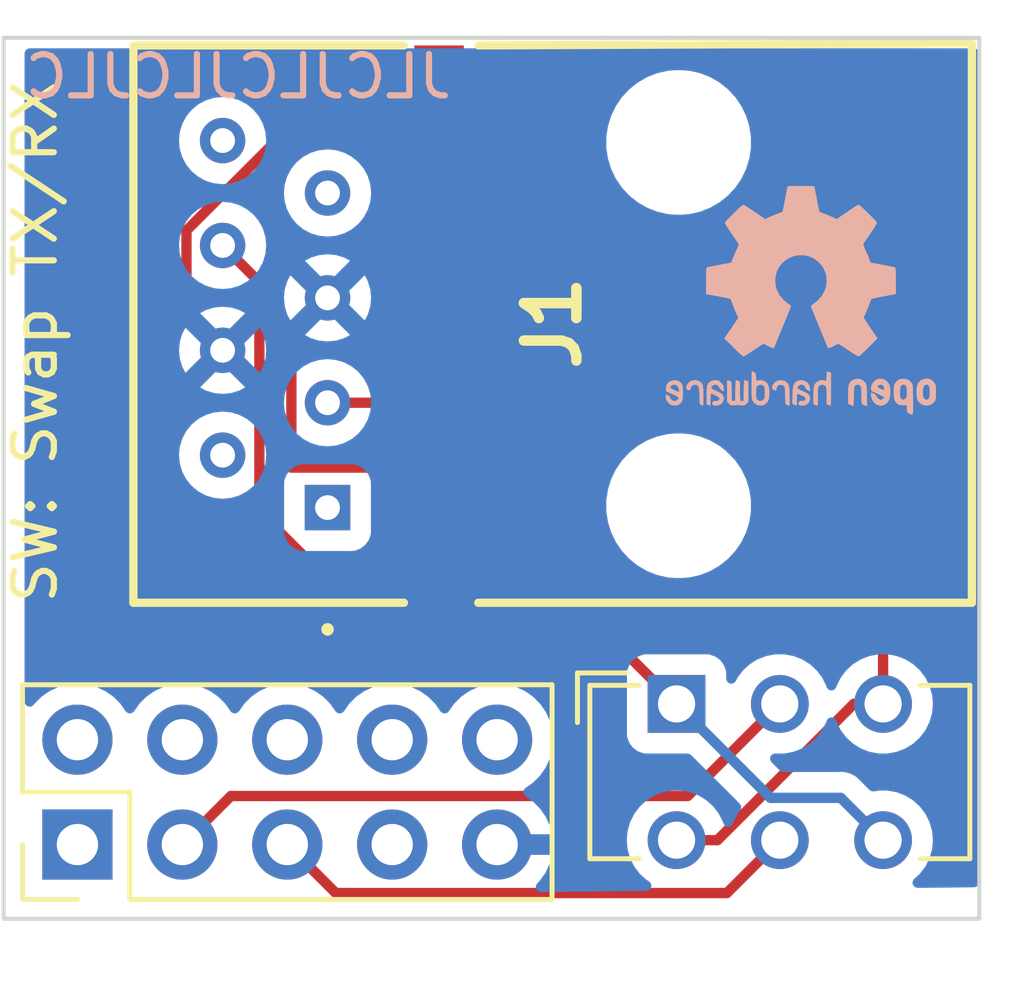
<source format=kicad_pcb>
(kicad_pcb (version 20221018) (generator pcbnew)
  (layers (0 "F.Cu" signal) (31 "B.Cu" signal) (34 "B.Paste" user) (35 "F.Paste" user) (36 "B.SilkS" user "B.Silkscreen") (37 "F.SilkS" user "F.Silkscreen") (38 "B.Mask" user) (39 "F.Mask" user) (44 "Edge.Cuts" user))
  (net 0 "")
  (net 3 "/TXD")
  (net 4 "GND")
  (net 5 "/RXD")
  (net 15 "Net-(J2-Pin_3)")
  (net 16 "Net-(J2-Pin_5)")
  (footprint "Connector_PinHeader_2.54mm:PinHeader_2x05_P2.54mm_Vertical" (layer "F.Cu") (at 194.320416 122.15644 90)
    (fp_text reference "J2" hide)
    (fp_text value "Serial IDC Header")
    (fp_line (start -1.33 -1.33) (end 0 -1.33) (stroke (width 0.12)) (layer "F.SilkS"))
    (fp_line (start -1.33 0) (end -1.33 -1.33) (stroke (width 0.12)) (layer "F.SilkS"))
    (fp_line (start -1.33 1.27) (end -1.33 11.49) (stroke (width 0.12)) (layer "F.SilkS"))
    (fp_line (start -1.33 1.27) (end 1.27 1.27) (stroke (width 0.12)) (layer "F.SilkS"))
    (fp_line (start -1.33 11.49) (end 3.87 11.49) (stroke (width 0.12)) (layer "F.SilkS"))
    (fp_line (start 1.27 -1.33) (end 3.87 -1.33) (stroke (width 0.12)) (layer "F.SilkS"))
    (fp_line (start 1.27 1.27) (end 1.27 -1.33) (stroke (width 0.12)) (layer "F.SilkS"))
    (fp_line (start 3.87 -1.33) (end 3.87 11.49) (stroke (width 0.12)) (layer "F.SilkS"))
    (pad "1" thru_hole rect (at 0 0 90) (size 1.7 1.7) (drill 1) (layers "*.Cu" "*.Mask"))
    (pad "2" thru_hole oval (at 2.54 0 90) (size 1.7 1.7) (drill 1) (layers "*.Cu" "*.Mask"))
    (pad "3" thru_hole oval (at 0 2.54 90) (size 1.7 1.7) (drill 1) (layers "*.Cu" "*.Mask") (net 15 "Net-(J2-Pin_3)"))
    (pad "4" thru_hole oval (at 2.54 2.54 90) (size 1.7 1.7) (drill 1) (layers "*.Cu" "*.Mask"))
    (pad "5" thru_hole oval (at 0 5.08 90) (size 1.7 1.7) (drill 1) (layers "*.Cu" "*.Mask") (net 16 "Net-(J2-Pin_5)"))
    (pad "6" thru_hole oval (at 2.54 5.08 90) (size 1.7 1.7) (drill 1) (layers "*.Cu" "*.Mask"))
    (pad "7" thru_hole oval (at 0 7.62 90) (size 1.7 1.7) (drill 1) (layers "*.Cu" "*.Mask"))
    (pad "8" thru_hole oval (at 2.54 7.62 90) (size 1.7 1.7) (drill 1) (layers "*.Cu" "*.Mask"))
    (pad "9" thru_hole oval (at 0 10.16 90) (size 1.7 1.7) (drill 1) (layers "*.Cu" "*.Mask") (net 4 "GND"))
    (pad "10" thru_hole oval (at 2.54 10.16 90) (size 1.7 1.7) (drill 1) (layers "*.Cu" "*.Mask"))
  )
  (footprint "Button_Switch_THT:SW_CuK_JS202011CQN_DPDT_Straight" (layer "F.Cu") (at 208.825 118.75)
    (fp_text reference "SW: Swap TX/RX" (at -15.531 -8.768 90) (layer "F.SilkS"))
    (fp_text value "SW_DPDT_x2")
    (fp_line (start -2.4 -0.75) (end -2.4 0.45) (stroke (width 0.12)) (layer "F.SilkS"))
    (fp_line (start -2.1 -0.45) (end -2.1 3.75) (stroke (width 0.12)) (layer "F.SilkS"))
    (fp_line (start -2.1 3.75) (end -0.9 3.75) (stroke (width 0.12)) (layer "F.SilkS"))
    (fp_line (start -1.2 -0.75) (end -2.4 -0.75) (stroke (width 0.12)) (layer "F.SilkS"))
    (fp_line (start -0.9 -0.45) (end -2.1 -0.45) (stroke (width 0.12)) (layer "F.SilkS"))
    (fp_line (start 5.9 -0.45) (end 7.1 -0.45) (stroke (width 0.12)) (layer "F.SilkS"))
    (fp_line (start 7.1 -0.45) (end 7.1 3.75) (stroke (width 0.12)) (layer "F.SilkS"))
    (fp_line (start 7.1 3.75) (end 5.9 3.75) (stroke (width 0.12)) (layer "F.SilkS"))
    (pad "1" thru_hole rect (at 0 0) (size 1.4 1.4) (drill 0.9) (layers "*.Cu" "*.Mask") (net 5 "/RXD"))
    (pad "2" thru_hole circle (at 2.5 0) (size 1.4 1.4) (drill 0.9) (layers "*.Cu" "*.Mask") (net 15 "Net-(J2-Pin_3)"))
    (pad "3" thru_hole circle (at 5 0) (size 1.4 1.4) (drill 0.9) (layers "*.Cu" "*.Mask") (net 3 "/TXD"))
    (pad "4" thru_hole circle (at 0 3.3) (size 1.4 1.4) (drill 0.9) (layers "*.Cu" "*.Mask") (net 3 "/TXD"))
    (pad "5" thru_hole circle (at 2.5 3.3) (size 1.4 1.4) (drill 0.9) (layers "*.Cu" "*.Mask") (net 16 "Net-(J2-Pin_5)"))
    (pad "6" thru_hole circle (at 5 3.3) (size 1.4 1.4) (drill 0.9) (layers "*.Cu" "*.Mask") (net 5 "/RXD"))
  )
  (footprint "RJ45_Jack:RJE561881410" (layer "F.Cu") (at 200.375 113.995 90)
    (fp_text reference "J1" (at 4.47 5.45 90) (layer "F.SilkS") (effects (font (size 1.27 1.27) (thickness 0.254))))
    (fp_text value "RJE561881410" hide)
    (fp_line (start -3 0) (end -3 0) (stroke (width 0.2)) (layer "F.SilkS"))
    (fp_line (start -3 0) (end -3 0) (stroke (width 0.2)) (layer "F.SilkS"))
    (fp_line (start -2.9 0) (end -2.9 0) (stroke (width 0.2)) (layer "F.SilkS"))
    (fp_line (start -2.305 -4.7) (end 11.195 -4.7) (stroke (width 0.2)) (layer "F.SilkS"))
    (fp_line (start -2.305 1.85) (end -2.305 -4.7) (stroke (width 0.2)) (layer "F.SilkS"))
    (fp_line (start -2.305 15.6) (end -2.305 3.65) (stroke (width 0.2)) (layer "F.SilkS"))
    (fp_line (start 11.195 -4.7) (end 11.195 1.85) (stroke (width 0.2)) (layer "F.SilkS"))
    (fp_line (start 11.195 3.65) (end 11.245 15.6) (stroke (width 0.2)) (layer "F.SilkS"))
    (fp_line (start 11.245 15.6) (end -2.305 15.6) (stroke (width 0.2)) (layer "F.SilkS"))
    (fp_arc (start -3 0) (mid -2.95 -0.05) (end -2.9 0) (stroke (width 0.2)) (layer "F.SilkS"))
    (fp_arc (start -2.9 0) (mid -2.95 0.05) (end -3 0) (stroke (width 0.2)) (layer "F.SilkS"))
    (fp_arc (start -2.9 0) (mid -2.95 0.05) (end -3 0) (stroke (width 0.2)) (layer "F.SilkS"))
    (pad "" np_thru_hole circle (at 0.045 8.5 90) (size 3 3) (drill 3) (layers "*.Cu" "*.Mask"))
    (pad "" np_thru_hole circle (at 8.845 8.5 90) (size 3 3) (drill 3) (layers "*.Cu" "*.Mask"))
    (pad "1" thru_hole rect (at 0 0 90) (size 1.1 1.1) (drill 0.6) (layers "*.Cu" "*.Mask"))
    (pad "2" thru_hole circle (at 1.27 -2.54 90) (size 1.1 1.1) (drill 0.6) (layers "*.Cu" "*.Mask"))
    (pad "3" thru_hole circle (at 2.54 0 90) (size 1.1 1.1) (drill 0.6) (layers "*.Cu" "*.Mask") (net 3 "/TXD"))
    (pad "4" thru_hole circle (at 3.81 -2.54 90) (size 1.1 1.1) (drill 0.6) (layers "*.Cu" "*.Mask") (net 4 "GND"))
    (pad "5" thru_hole circle (at 5.08 0 90) (size 1.1 1.1) (drill 0.6) (layers "*.Cu" "*.Mask") (net 4 "GND"))
    (pad "6" thru_hole circle (at 6.35 -2.54 90) (size 1.1 1.1) (drill 0.6) (layers "*.Cu" "*.Mask") (net 5 "/RXD"))
    (pad "7" thru_hole circle (at 7.62 0 90) (size 1.1 1.1) (drill 0.6) (layers "*.Cu" "*.Mask"))
    (pad "8" thru_hole circle (at 8.89 -2.54 90) (size 1.1 1.1) (drill 0.6) (layers "*.Cu" "*.Mask"))
    (pad "G1" smd rect (at -0.305 2.7 180) (size 1.2 4) (layers "F.Cu" "F.Paste" "F.Mask") (net 4 "GND"))
    (pad "G2" smd rect (at 9.195 2.7 180) (size 1.2 4) (layers "F.Cu" "F.Paste" "F.Mask") (net 4 "GND"))
  )
  (footprint "Symbol:OSHW-Logo2_7.3x6mm_SilkScreen" (layer "B.Cu") (at 211.836 108.966 180)
    (fp_text reference "REF**" hide)
    (fp_text value "OSHW-Logo2_7.3x6mm_SilkScreen" hide)
    (fp_poly (pts (xy 2.6526 -1.958752) (xy 2.669948 -1.966334) (xy 2.711356 -1.999128) (xy 2.746765 -2.046547) (xy 2.768664 -2.097151) (xy 2.772229 -2.122098) (xy 2.760279 -2.156927) (xy 2.734067 -2.175357) (xy 2.705964 -2.186516) (xy 2.693095 -2.188572) (xy 2.686829 -2.173649) (xy 2.674456 -2.141175) (xy 2.669028 -2.126502) (xy 2.63859 -2.075744) (xy 2.59452 -2.050427) (xy 2.53801 -2.051206) (xy 2.533825 -2.052203) (xy 2.503655 -2.066507) (xy 2.481476 -2.094393) (xy 2.466327 -2.139287) (xy 2.45725 -2.204615) (xy 2.453286 -2.293804) (xy 2.452914 -2.341261) (xy 2.45273 -2.416071) (xy 2.451522 -2.467069) (xy 2.448309 -2.499471) (xy 2.442109 -2.518495) (xy 2.43194 -2.529356) (xy 2.416819 -2.537272) (xy 2.415946 -2.53767) (xy 2.386828 -2.549981) (xy 2.372403 -2.554514) (xy 2.370186 -2.540809) (xy 2.368289 -2.502925) (xy 2.366847 -2.445715) (xy 2.365998 -2.374027) (xy 2.365829 -2.321565) (xy 2.366692 -2.220047) (xy 2.37007 -2.143032) (xy 2.377142 -2.086023) (xy 2.389088 -2.044526) (xy 2.40709 -2.014043) (xy 2.432327 -1.99008) (xy 2.457247 -1.973355) (xy 2.517171 -1.951097) (xy 2.586911 -1.946076) (xy 2.6526 -1.958752)) (stroke (width 0.01)) (fill solid) (layer "B.SilkS"))
    (fp_poly (pts (xy -1.283907 -1.92778) (xy -1.237328 -1.954723) (xy -1.204943 -1.981466) (xy -1.181258 -2.009484) (xy -1.164941 -2.043748) (xy -1.154661 -2.089227) (xy -1.149086 -2.150892) (xy -1.146884 -2.233711) (xy -1.146629 -2.293246) (xy -1.146629 -2.512391) (xy -1.208314 -2.540044) (xy -1.27 -2.567697) (xy -1.277257 -2.32767) (xy -1.280256 -2.238028) (xy -1.283402 -2.172962) (xy -1.287299 -2.128026) (xy -1.292553 -2.09877) (xy -1.299769 -2.080748) (xy -1.30955 -2.069511) (xy -1.312688 -2.067079) (xy -1.360239 -2.048083) (xy -1.408303 -2.0556) (xy -1.436914 -2.075543) (xy -1.448553 -2.089675) (xy -1.456609 -2.10822) (xy -1.461729 -2.136334) (xy -1.464559 -2.179173) (xy -1.465744 -2.241895) (xy -1.465943 -2.307261) (xy -1.465982 -2.389268) (xy -1.467386 -2.447316) (xy -1.472086 -2.486465) (xy -1.482013 -2.51178) (xy -1.499097 -2.528323) (xy -1.525268 -2.541156) (xy -1.560225 -2.554491) (xy -1.598404 -2.569007) (xy -1.593859 -2.311389) (xy -1.592029 -2.218519) (xy -1.589888 -2.149889) (xy -1.586819 -2.100711) (xy -1.582206 -2.066198) (xy -1.575432 -2.041562) (xy -1.565881 -2.022016) (xy -1.554366 -2.00477) (xy -1.49881 -1.94968) (xy -1.43102 -1.917822) (xy -1.357287 -1.910191) (xy -1.283907 -1.92778)) (stroke (width 0.01)) (fill solid) (layer "B.SilkS"))
    (fp_poly (pts (xy 0.529926 -1.949755) (xy 0.595858 -1.974084) (xy 0.649273 -2.017117) (xy 0.670164 -2.047409) (xy 0.692939 -2.102994) (xy 0.692466 -2.143186) (xy 0.668562 -2.170217) (xy 0.659717 -2.174813) (xy 0.62153 -2.189144) (xy 0.602028 -2.185472) (xy 0.595422 -2.161407) (xy 0.595086 -2.148114) (xy 0.582992 -2.09921) (xy 0.551471 -2.064999) (xy 0.507659 -2.048476) (xy 0.458695 -2.052634) (xy 0.418894 -2.074227) (xy 0.40545 -2.086544) (xy 0.395921 -2.101487) (xy 0.389485 -2.124075) (xy 0.385317 -2.159328) (xy 0.382597 -2.212266) (xy 0.380502 -2.287907) (xy 0.37996 -2.311857) (xy 0.377981 -2.39379) (xy 0.375731 -2.451455) (xy 0.372357 -2.489608) (xy 0.367006 -2.513004) (xy 0.358824 -2.526398) (xy 0.346959 -2.534545) (xy 0.339362 -2.538144) (xy 0.307102 -2.550452) (xy 0.288111 -2.554514) (xy 0.281836 -2.540948) (xy 0.278006 -2.499934) (xy 0.2766 -2.430999) (xy 0.277598 -2.333669) (xy 0.277908 -2.318657) (xy 0.280101 -2.229859) (xy 0.282693 -2.165019) (xy 0.286382 -2.119067) (xy 0.291864 -2.086935) (xy 0.299835 -2.063553) (xy 0.310993 -2.043852) (xy 0.31683 -2.03541) (xy 0.350296 -1.998057) (xy 0.387727 -1.969003) (xy 0.392309 -1.966467) (xy 0.459426 -1.946443) (xy 0.529926 -1.949755)) (stroke (width 0.01)) (fill solid) (layer "B.SilkS"))
    (fp_poly (pts (xy -0.624114 -1.851289) (xy -0.619861 -1.910613) (xy -0.614975 -1.945572) (xy -0.608205 -1.96082) (xy -0.598298 -1.961015) (xy -0.595086 -1.959195) (xy -0.552356 -1.946015) (xy -0.496773 -1.946785) (xy -0.440263 -1.960333) (xy -0.404918 -1.977861) (xy -0.368679 -2.005861) (xy -0.342187 -2.037549) (xy -0.324001 -2.077813) (xy -0.312678 -2.131543) (xy -0.306778 -2.203626) (xy -0.304857 -2.298951) (xy -0.304823 -2.317237) (xy -0.3048 -2.522646) (xy -0.350509 -2.53858) (xy -0.382973 -2.54942) (xy -0.400785 -2.554468) (xy -0.401309 -2.554514) (xy -0.403063 -2.540828) (xy -0.404556 -2.503076) (xy -0.405674 -2.446224) (xy -0.406303 -2.375234) (xy -0.4064 -2.332073) (xy -0.406602 -2.246973) (xy -0.407642 -2.185981) (xy -0.410169 -2.144177) (xy -0.414836 -2.116642) (xy -0.422293 -2.098456) (xy -0.433189 -2.084698) (xy -0.439993 -2.078073) (xy -0.486728 -2.051375) (xy -0.537728 -2.049375) (xy -0.583999 -2.071955) (xy -0.592556 -2.080107) (xy -0.605107 -2.095436) (xy -0.613812 -2.113618) (xy -0.619369 -2.139909) (xy -0.622474 -2.179562) (xy -0.623824 -2.237832) (xy -0.624114 -2.318173) (xy -0.624114 -2.522646) (xy -0.669823 -2.53858) (xy -0.702287 -2.54942) (xy -0.720099 -2.554468) (xy -0.720623 -2.554514) (xy -0.721963 -2.540623) (xy -0.723172 -2.501439) (xy -0.724199 -2.4407) (xy -0.724998 -2.362141) (xy -0.725519 -2.269498) (xy -0.725714 -2.166509) (xy -0.725714 -1.769342) (xy -0.678543 -1.749444) (xy -0.631371 -1.729547) (xy -0.624114 -1.851289)) (stroke (width 0.01)) (fill solid) (layer "B.SilkS"))
    (fp_poly (pts (xy 1.779833 -1.958663) (xy 1.782048 -1.99685) (xy 1.783784 -2.054886) (xy 1.784899 -2.12818) (xy 1.785257 -2.205055) (xy 1.785257 -2.465196) (xy 1.739326 -2.511127) (xy 1.707675 -2.539429) (xy 1.67989 -2.550893) (xy 1.641915 -2.550168) (xy 1.62684 -2.548321) (xy 1.579726 -2.542948) (xy 1.540756 -2.539869) (xy 1.531257 -2.539585) (xy 1.499233 -2.541445) (xy 1.453432 -2.546114) (xy 1.435674 -2.548321) (xy 1.392057 -2.551735) (xy 1.362745 -2.54432) (xy 1.33368 -2.521427) (xy 1.323188 -2.511127) (xy 1.277257 -2.465196) (xy 1.277257 -1.978602) (xy 1.314226 -1.961758) (xy 1.346059 -1.949282) (xy 1.364683 -1.944914) (xy 1.369458 -1.958718) (xy 1.373921 -1.997286) (xy 1.377775 -2.056356) (xy 1.380722 -2.131663) (xy 1.382143 -2.195286) (xy 1.386114 -2.445657) (xy 1.420759 -2.450556) (xy 1.452268 -2.447131) (xy 1.467708 -2.436041) (xy 1.472023 -2.415308) (xy 1.475708 -2.371145) (xy 1.478469 -2.309146) (xy 1.480012 -2.234909) (xy 1.480235 -2.196706) (xy 1.480457 -1.976783) (xy 1.526166 -1.960849) (xy 1.558518 -1.950015) (xy 1.576115 -1.944962) (xy 1.576623 -1.944914) (xy 1.578388 -1.958648) (xy 1.580329 -1.99673) (xy 1.582282 -2.054482) (xy 1.584084 -2.127227) (xy 1.585343 -2.195286) (xy 1.589314 -2.445657) (xy 1.6764 -2.445657) (xy 1.680396 -2.21724) (xy 1.684392 -1.988822) (xy 1.726847 -1.966868) (xy 1.758192 -1.951793) (xy 1.776744 -1.944951) (xy 1.777279 -1.944914) (xy 1.779833 -1.958663)) (stroke (width 0.01)) (fill solid) (layer "B.SilkS"))
    (fp_poly (pts (xy -2.958885 -1.921962) (xy -2.890855 -1.957733) (xy -2.840649 -2.015301) (xy -2.822815 -2.052312) (xy -2.808937 -2.107882) (xy -2.801833 -2.178096) (xy -2.80116 -2.254727) (xy -2.806573 -2.329552) (xy -2.81773 -2.394342) (xy -2.834286 -2.440873) (xy -2.839374 -2.448887) (xy -2.899645 -2.508707) (xy -2.971231 -2.544535) (xy -3.048908 -2.55502) (xy -3.127452 -2.53881) (xy -3.149311 -2.529092) (xy -3.191878 -2.499143) (xy -3.229237 -2.459433) (xy -3.232768 -2.454397) (xy -3.247119 -2.430124) (xy -3.256606 -2.404178) (xy -3.26221 -2.370022) (xy -3.264914 -2.321119) (xy -3.265701 -2.250935) (xy -3.265714 -2.2352) (xy -3.265678 -2.230192) (xy -3.120571 -2.230192) (xy -3.119727 -2.29643) (xy -3.116404 -2.340386) (xy -3.109417 -2.368779) (xy -3.097584 -2.388325) (xy -3.091543 -2.394857) (xy -3.056814 -2.41968) (xy -3.023097 -2.418548) (xy -2.989005 -2.397016) (xy -2.968671 -2.374029) (xy -2.956629 -2.340478) (xy -2.949866 -2.287569) (xy -2.949402 -2.281399) (xy -2.948248 -2.185513) (xy -2.960312 -2.114299) (xy -2.98543 -2.068194) (xy -3.02344 -2.047635) (xy -3.037008 -2.046514) (xy -3.072636 -2.052152) (xy -3.097006 -2.071686) (xy -3.111907 -2.109042) (xy -3.119125 -2.16815) (xy -3.120571 -2.230192) (xy -3.265678 -2.230192) (xy -3.265174 -2.160413) (xy -3.262904 -2.108159) (xy -3.257932 -2.071949) (xy -3.249287 -2.045299) (xy -3.235995 -2.021722) (xy -3.233057 -2.017338) (xy -3.183687 -1.958249) (xy -3.129891 -1.923947) (xy -3.064398 -1.910331) (xy -3.042158 -1.909665) (xy -2.958885 -1.921962)) (stroke (width 0.01)) (fill solid) (layer "B.SilkS"))
    (fp_poly (pts (xy 3.153595 -1.966966) (xy 3.211021 -2.004497) (xy 3.238719 -2.038096) (xy 3.260662 -2.099064) (xy 3.262405 -2.147308) (xy 3.258457 -2.211816) (xy 3.109686 -2.276934) (xy 3.037349 -2.310202) (xy 2.990084 -2.336964) (xy 2.965507 -2.360144) (xy 2.961237 -2.382667) (xy 2.974889 -2.407455) (xy 2.989943 -2.423886) (xy 3.033746 -2.450235) (xy 3.081389 -2.452081) (xy 3.125145 -2.431546) (xy 3.157289 -2.390752) (xy 3.163038 -2.376347) (xy 3.190576 -2.331356) (xy 3.222258 -2.312182) (xy 3.265714 -2.295779) (xy 3.265714 -2.357966) (xy 3.261872 -2.400283) (xy 3.246823 -2.435969) (xy 3.21528 -2.476943) (xy 3.210592 -2.482267) (xy 3.175506 -2.51872) (xy 3.145347 -2.538283) (xy 3.107615 -2.547283) (xy 3.076335 -2.55023) (xy 3.020385 -2.550965) (xy 2.980555 -2.54166) (xy 2.955708 -2.527846) (xy 2.916656 -2.497467) (xy 2.889625 -2.464613) (xy 2.872517 -2.423294) (xy 2.863238 -2.367521) (xy 2.859693 -2.291305) (xy 2.85941 -2.252622) (xy 2.860372 -2.206247) (xy 2.948007 -2.206247) (xy 2.949023 -2.231126) (xy 2.951556 -2.2352) (xy 2.968274 -2.229665) (xy 3.004249 -2.215017) (xy 3.052331 -2.19419) (xy 3.062386 -2.189714) (xy 3.123152 -2.158814) (xy 3.156632 -2.131657) (xy 3.16399 -2.10622) (xy 3.146391 -2.080481) (xy 3.131856 -2.069109) (xy 3.07941 -2.046364) (xy 3.030322 -2.050122) (xy 2.989227 -2.077884) (xy 2.960758 -2.127152) (xy 2.951631 -2.166257) (xy 2.948007 -2.206247) (xy 2.860372 -2.206247) (xy 2.861285 -2.162249) (xy 2.868196 -2.095384) (xy 2.881884 -2.046695) (xy 2.904096 -2.010849) (xy 2.936574 -1.982513) (xy 2.950733 -1.973355) (xy 3.015053 -1.949507) (xy 3.085473 -1.948006) (xy 3.153595 -1.966966)) (stroke (width 0.01)) (fill solid) (layer "B.SilkS"))
    (fp_poly (pts (xy 1.190117 -2.065358) (xy 1.189933 -2.173837) (xy 1.189219 -2.257287) (xy 1.187675 -2.319704) (xy 1.185001 -2.365085) (xy 1.180894 -2.397429) (xy 1.175055 -2.420733) (xy 1.167182 -2.438995) (xy 1.161221 -2.449418) (xy 1.111855 -2.505945) (xy 1.049264 -2.541377) (xy 0.980013 -2.55409) (xy 0.910668 -2.542463) (xy 0.869375 -2.521568) (xy 0.826025 -2.485422) (xy 0.796481 -2.441276) (xy 0.778655 -2.383462) (xy 0.770463 -2.306313) (xy 0.769302 -2.249714) (xy 0.769458 -2.245647) (xy 0.870857 -2.245647) (xy 0.871476 -2.31055) (xy 0.874314 -2.353514) (xy 0.88084 -2.381622) (xy 0.892523 -2.401953) (xy 0.906483 -2.417288) (xy 0.953365 -2.44689) (xy 1.003701 -2.449419) (xy 1.051276 -2.424705) (xy 1.054979 -2.421356) (xy 1.070783 -2.403935) (xy 1.080693 -2.383209) (xy 1.086058 -2.352362) (xy 1.088228 -2.304577) (xy 1.088571 -2.251748) (xy 1.087827 -2.185381) (xy 1.084748 -2.141106) (xy 1.078061 -2.112009) (xy 1.066496 -2.091173) (xy 1.057013 -2.080107) (xy 1.01296 -2.052198) (xy 0.962224 -2.048843) (xy 0.913796 -2.070159) (xy 0.90445 -2.078073) (xy 0.88854 -2.095647) (xy 0.87861 -2.116587) (xy 0.873278 -2.147782) (xy 0.871163 -2.196122) (xy 0.870857 -2.245647) (xy 0.769458 -2.245647) (xy 0.77281 -2.158568) (xy 0.784726 -2.090086) (xy 0.807135 -2.0386) (xy 0.842124 -1.998443) (xy 0.869375 -1.977861) (xy 0.918907 -1.955625) (xy 0.976316 -1.945304) (xy 1.029682 -1.948067) (xy 1.059543 -1.959212) (xy 1.071261 -1.962383) (xy 1.079037 -1.950557) (xy 1.084465 -1.918866) (xy 1.088571 -1.870593) (xy 1.093067 -1.816829) (xy 1.099313 -1.784482) (xy 1.110676 -1.765985) (xy 1.130528 -1.75377) (xy 1.143 -1.748362) (xy 1.190171 -1.728601) (xy 1.190117 -2.065358)) (stroke (width 0.01)) (fill solid) (layer "B.SilkS"))
    (fp_poly (pts (xy -1.831697 -1.931239) (xy -1.774473 -1.969735) (xy -1.730251 -2.025335) (xy -1.703833 -2.096086) (xy -1.69849 -2.148162) (xy -1.699097 -2.169893) (xy -1.704178 -2.186531) (xy -1.718145 -2.201437) (xy -1.745411 -2.217973) (xy -1.790388 -2.239498) (xy -1.857489 -2.269374) (xy -1.857829 -2.269524) (xy -1.919593 -2.297813) (xy -1.970241 -2.322933) (xy -2.004596 -2.342179) (xy -2.017482 -2.352848) (xy -2.017486 -2.352934) (xy -2.006128 -2.376166) (xy -1.979569 -2.401774) (xy -1.949077 -2.420221) (xy -1.93363 -2.423886) (xy -1.891485 -2.411212) (xy -1.855192 -2.379471) (xy -1.837483 -2.344572) (xy -1.820448 -2.318845) (xy -1.787078 -2.289546) (xy -1.747851 -2.264235) (xy -1.713244 -2.250471) (xy -1.706007 -2.249714) (xy -1.697861 -2.26216) (xy -1.69737 -2.293972) (xy -1.703357 -2.336866) (xy -1.714643 -2.382558) (xy -1.73005 -2.422761) (xy -1.730829 -2.424322) (xy -1.777196 -2.489062) (xy -1.837289 -2.533097) (xy -1.905535 -2.554711) (xy -1.976362 -2.552185) (xy -2.044196 -2.523804) (xy -2.047212 -2.521808) (xy -2.100573 -2.473448) (xy -2.13566 -2.410352) (xy -2.155078 -2.327387) (xy -2.157684 -2.304078) (xy -2.162299 -2.194055) (xy -2.156767 -2.142748) (xy -2.017486 -2.142748) (xy -2.015676 -2.174753) (xy -2.005778 -2.184093) (xy -1.981102 -2.177105) (xy -1.942205 -2.160587) (xy -1.898725 -2.139881) (xy -1.897644 -2.139333) (xy -1.860791 -2.119949) (xy -1.846 -2.107013) (xy -1.849647 -2.093451) (xy -1.865005 -2.075632) (xy -1.904077 -2.049845) (xy -1.946154 -2.04795) (xy -1.983897 -2.066717) (xy -2.009966 -2.102915) (xy -2.017486 -2.142748) (xy -2.156767 -2.142748) (xy -2.152806 -2.106027) (xy -2.12845 -2.036212) (xy -2.094544 -1.987302) (xy -2.033347 -1.937878) (xy -1.965937 -1.913359) (xy -1.89712 -1.911797) (xy -1.831697 -1.931239)) (stroke (width 0.01)) (fill solid) (layer "B.SilkS"))
    (fp_poly (pts (xy 0.039744 -1.950968) (xy 0.096616 -1.972087) (xy 0.097267 -1.972493) (xy 0.13244 -1.99838) (xy 0.158407 -2.028633) (xy 0.17667 -2.068058) (xy 0.188732 -2.121462) (xy 0.196096 -2.193651) (xy 0.200264 -2.289432) (xy 0.200629 -2.303078) (xy 0.205876 -2.508842) (xy 0.161716 -2.531678) (xy 0.129763 -2.54711) (xy 0.11047 -2.554423) (xy 0.109578 -2.554514) (xy 0.106239 -2.541022) (xy 0.103587 -2.504626) (xy 0.101956 -2.451452) (xy 0.1016 -2.408393) (xy 0.101592 -2.338641) (xy 0.098403 -2.294837) (xy 0.087288 -2.273944) (xy 0.063501 -2.272925) (xy 0.022296 -2.288741) (xy -0.039914 -2.317815) (xy -0.085659 -2.341963) (xy -0.109187 -2.362913) (xy -0.116104 -2.385747) (xy -0.116114 -2.386877) (xy -0.104701 -2.426212) (xy -0.070908 -2.447462) (xy -0.019191 -2.450539) (xy 0.018061 -2.450006) (xy 0.037703 -2.460735) (xy 0.049952 -2.486505) (xy 0.057002 -2.519337) (xy 0.046842 -2.537966) (xy 0.043017 -2.540632) (xy 0.007001 -2.55134) (xy -0.043434 -2.552856) (xy -0.095374 -2.545759) (xy -0.132178 -2.532788) (xy -0.183062 -2.489585) (xy -0.211986 -2.429446) (xy -0.217714 -2.382462) (xy -0.213343 -2.340082) (xy -0.197525 -2.305488) (xy -0.166203 -2.274763) (xy -0.115322 -2.24399) (xy -0.040824 -2.209252) (xy -0.036286 -2.207288) (xy 0.030821 -2.176287) (xy 0.072232 -2.150862) (xy 0.089981 -2.128014) (xy 0.086107 -2.104745) (xy 0.062643 -2.078056) (xy 0.055627 -2.071914) (xy 0.00863 -2.0481) (xy -0.040067 -2.049103) (xy -0.082478 -2.072451) (xy -0.110616 -2.115675) (xy -0.113231 -2.12416) (xy -0.138692 -2.165308) (xy -0.170999 -2.185128) (xy -0.217714 -2.20477) (xy -0.217714 -2.15395) (xy -0.203504 -2.080082) (xy -0.161325 -2.012327) (xy -0.139376 -1.989661) (xy -0.089483 -1.960569) (xy -0.026033 -1.9474) (xy 0.039744 -1.950968)) (stroke (width 0.01)) (fill solid) (layer "B.SilkS"))
    (fp_poly (pts (xy -2.400256 -1.919918) (xy -2.344799 -1.947568) (xy -2.295852 -1.99848) (xy -2.282371 -2.017338) (xy -2.267686 -2.042015) (xy -2.258158 -2.068816) (xy -2.252707 -2.104587) (xy -2.250253 -2.156169) (xy -2.249714 -2.224267) (xy -2.252148 -2.317588) (xy -2.260606 -2.387657) (xy -2.276826 -2.439931) (xy -2.302546 -2.479869) (xy -2.339503 -2.512929) (xy -2.342218 -2.514886) (xy -2.37864 -2.534908) (xy -2.422498 -2.544815) (xy -2.478276 -2.547257) (xy -2.568952 -2.547257) (xy -2.56899 -2.635283) (xy -2.569834 -2.684308) (xy -2.574976 -2.713065) (xy -2.588413 -2.730311) (xy -2.614142 -2.744808) (xy -2.620321 -2.747769) (xy -2.649236 -2.761648) (xy -2.671624 -2.770414) (xy -2.688271 -2.771171) (xy -2.699964 -2.761023) (xy -2.70749 -2.737073) (xy -2.711634 -2.696426) (xy -2.713185 -2.636186) (xy -2.712929 -2.553455) (xy -2.711651 -2.445339) (xy -2.711252 -2.413) (xy -2.709815 -2.301524) (xy -2.708528 -2.228603) (xy -2.569029 -2.228603) (xy -2.568245 -2.290499) (xy -2.56476 -2.330997) (xy -2.556876 -2.357708) (xy -2.542895 -2.378244) (xy -2.533403 -2.38826) (xy -2.494596 -2.417567) (xy -2.460237 -2.419952) (xy -2.424784 -2.39575) (xy -2.423886 -2.394857) (xy -2.409461 -2.376153) (xy -2.400687 -2.350732) (xy -2.396261 -2.311584) (xy -2.394882 -2.251697) (xy -2.394857 -2.23843) (xy -2.398188 -2.155901) (xy -2.409031 -2.098691) (xy -2.42866 -2.063766) (xy -2.45835 -2.048094) (xy -2.475509 -2.046514) (xy -2.516234 -2.053926) (xy -2.544168 -2.07833) (xy -2.560983 -2.12298) (xy -2.56835 -2.19113) (xy -2.569029 -2.228603) (xy -2.708528 -2.228603) (xy -2.708292 -2.215245) (xy -2.706323 -2.150333) (xy -2.70355 -2.102958) (xy -2.699612 -2.06929) (xy -2.694151 -2.045498) (xy -2.686808 -2.027753) (xy -2.677223 -2.012224) (xy -2.673113 -2.006381) (xy -2.618595 -1.951185) (xy -2.549664 -1.91989) (xy -2.469928 -1.911165) (xy -2.400256 -1.919918)) (stroke (width 0.01)) (fill solid) (layer "B.SilkS"))
    (fp_poly (pts (xy 2.144876 -1.956335) (xy 2.186667 -1.975344) (xy 2.219469 -1.998378) (xy 2.243503 -2.024133) (xy 2.260097 -2.057358) (xy 2.270577 -2.1028) (xy 2.276271 -2.165207) (xy 2.278507 -2.249327) (xy 2.278743 -2.304721) (xy 2.278743 -2.520826) (xy 2.241774 -2.53767) (xy 2.212656 -2.549981) (xy 2.198231 -2.554514) (xy 2.195472 -2.541025) (xy 2.193282 -2.504653) (xy 2.191942 -2.451542) (xy 2.191657 -2.409372) (xy 2.190434 -2.348447) (xy 2.187136 -2.300115) (xy 2.182321 -2.270518) (xy 2.178496 -2.264229) (xy 2.152783 -2.270652) (xy 2.112418 -2.287125) (xy 2.065679 -2.309458) (xy 2.020845 -2.333457) (xy 1.986193 -2.35493) (xy 1.970002 -2.369685) (xy 1.969938 -2.369845) (xy 1.97133 -2.397152) (xy 1.983818 -2.423219) (xy 2.005743 -2.444392) (xy 2.037743 -2.451474) (xy 2.065092 -2.450649) (xy 2.103826 -2.450042) (xy 2.124158 -2.459116) (xy 2.136369 -2.483092) (xy 2.137909 -2.487613) (xy 2.143203 -2.521806) (xy 2.129047 -2.542568) (xy 2.092148 -2.552462) (xy 2.052289 -2.554292) (xy 1.980562 -2.540727) (xy 1.943432 -2.521355) (xy 1.897576 -2.475845) (xy 1.873256 -2.419983) (xy 1.871073 -2.360957) (xy 1.891629 -2.305953) (xy 1.922549 -2.271486) (xy 1.95342 -2.252189) (xy 2.001942 -2.227759) (xy 2.058485 -2.202985) (xy 2.06791 -2.199199) (xy 2.130019 -2.171791) (xy 2.165822 -2.147634) (xy 2.177337 -2.123619) (xy 2.16658 -2.096635) (xy 2.148114 -2.075543) (xy 2.104469 -2.049572) (xy 2.056446 -2.047624) (xy 2.012406 -2.067637) (xy 1.980709 -2.107551) (xy 1.976549 -2.117848) (xy 1.952327 -2.155724) (xy 1.916965 -2.183842) (xy 1.872343 -2.206917) (xy 1.872343 -2.141485) (xy 1.874969 -2.101506) (xy 1.88623 -2.069997) (xy 1.911199 -2.036378) (xy 1.935169 -2.010484) (xy 1.972441 -1.973817) (xy 2.001401 -1.954121) (xy 2.032505 -1.94622) (xy 2.067713 -1.944914) (xy 2.144876 -1.956335)) (stroke (width 0.01)) (fill solid) (layer "B.SilkS"))
    (fp_poly (pts (xy 0.10391 2.757652) (xy 0.182454 2.757222) (xy 0.239298 2.756058) (xy 0.278105 2.753793) (xy 0.302538 2.75006) (xy 0.316262 2.744494) (xy 0.32294 2.736727) (xy 0.326236 2.726395) (xy 0.326556 2.725057) (xy 0.331562 2.700921) (xy 0.340829 2.653299) (xy 0.353392 2.587259) (xy 0.368287 2.507872) (xy 0.384551 2.420204) (xy 0.385119 2.417125) (xy 0.40141 2.331211) (xy 0.416652 2.255304) (xy 0.429861 2.193955) (xy 0.440054 2.151718) (xy 0.446248 2.133145) (xy 0.446543 2.132816) (xy 0.464788 2.123747) (xy 0.502405 2.108633) (xy 0.551271 2.090738) (xy 0.551543 2.090642) (xy 0.613093 2.067507) (xy 0.685657 2.038035) (xy 0.754057 2.008403) (xy 0.757294 2.006938) (xy 0.868702 1.956374) (xy 1.115399 2.12484) (xy 1.191077 2.176197) (xy 1.259631 2.222111) (xy 1.317088 2.25997) (xy 1.359476 2.287163) (xy 1.382825 2.301079) (xy 1.385042 2.302111) (xy 1.40201 2.297516) (xy 1.433701 2.275345) (xy 1.481352 2.234553) (xy 1.546198 2.174095) (xy 1.612397 2.109773) (xy 1.676214 2.046388) (xy 1.733329 1.988549) (xy 1.780305 1.939825) (xy 1.813703 1.90379) (xy 1.830085 1.884016) (xy 1.830694 1.882998) (xy 1.832505 1.869428) (xy 1.825683 1.847267) (xy 1.80854 1.813522) (xy 1.779393 1.7652) (xy 1.736555 1.699308) (xy 1.679448 1.614483) (xy 1.628766 1.539823) (xy 1.583461 1.47286) (xy 1.54615 1.417484) (xy 1.519452 1.37758) (xy 1.505985 1.357038) (xy 1.505137 1.355644) (xy 1.506781 1.335962) (xy 1.519245 1.297707) (xy 1.540048 1.248111) (xy 1.547462 1.232272) (xy 1.579814 1.16171) (xy 1.614328 1.081647) (xy 1.642365 1.012371) (xy 1.662568 0.960955) (xy 1.678615 0.921881) (xy 1.687888 0.901459) (xy 1.689041 0.899886) (xy 1.706096 0.897279) (xy 1.746298 0.890137) (xy 1.804302 0.879477) (xy 1.874763 0.866315) (xy 1.952335 0.851667) (xy 2.031672 0.836551) (xy 2.107431 0.821982) (xy 2.174264 0.808978) (xy 2.226828 0.798555) (xy 2.259776 0.79173) (xy 2.267857 0.789801) (xy 2.276205 0.785038) (xy 2.282506 0.774282) (xy 2.287045 0.753902) (xy 2.290104 0.720266) (xy 2.291967 0.669745) (xy 2.292918 0.598708) (xy 2.29324 0.503524) (xy 2.293257 0.464508) (xy 2.293257 0.147201) (xy 2.217057 0.132161) (xy 2.174663 0.124005) (xy 2.1114 0.112101) (xy 2.034962 0.097884) (xy 1.953043 0.08279) (xy 1.9304 0.078645) (xy 1.854806 0.063947) (xy 1.788953 0.049495) (xy 1.738366 0.036625) (xy 1.708574 0.026678) (xy 1.703612 0.023713) (xy 1.691426 0.002717) (xy 1.673953 -0.037967) (xy 1.654577 -0.090322) (xy 1.650734 -0.1016) (xy 1.625339 -0.171523) (xy 1.593817 -0.250418) (xy 1.562969 -0.321266) (xy 1.562817 -0.321595) (xy 1.511447 -0.432733) (xy 1.680399 -0.681253) (xy 1.849352 -0.929772) (xy 1.632429 -1.147058) (xy 1.566819 -1.211726) (xy 1.506979 -1.268733) (xy 1.456267 -1.315033) (xy 1.418046 -1.347584) (xy 1.395675 -1.363343) (xy 1.392466 -1.364343) (xy 1.373626 -1.356469) (xy 1.33518 -1.334578) (xy 1.28133 -1.301267) (xy 1.216276 -1.259131) (xy 1.14594 -1.211943) (xy 1.074555 -1.16381) (xy 1.010908 -1.121928) (xy 0.959041 -1.088871) (xy 0.922995 -1.067218) (xy 0.906867 -1.059543) (xy 0.887189 -1.066037) (xy 0.849875 -1.08315) (xy 0.802621 -1.107326) (xy 0.797612 -1.110013) (xy 0.733977 -1.141927) (xy 0.690341 -1.157579) (xy 0.663202 -1.157745) (xy 0.649057 -1.143204) (xy 0.648975 -1.143) (xy 0.641905 -1.125779) (xy 0.625042 -1.084899) (xy 0.599695 -1.023525) (xy 0.567171 -0.944819) (xy 0.528778 -0.851947) (xy 0.485822 -0.748072) (xy 0.444222 -0.647502) (xy 0.398504 -0.536516) (xy 0.356526 -0.433703) (xy 0.319548 -0.342215) (xy 0.288827 -0.265201) (xy 0.265622 -0.205815) (xy 0.25119 -0.167209) (xy 0.246743 -0.1528) (xy 0.257896 -0.136272) (xy 0.287069 -0.10993) (xy 0.325971 -0.080887) (xy 0.436757 0.010961) (xy 0.523351 0.116241) (xy 0.584716 0.232734) (xy 0.619815 0.358224) (xy 0.627608 0.490493) (xy 0.621943 0.551543) (xy 0.591078 0.678205) (xy 0.53792 0.790059) (xy 0.465767 0.885999) (xy 0.377917 0.964924) (xy 0.277665 1.02573) (xy 0.16831 1.067313) (xy 0.053147 1.088572) (xy -0.064525 1.088401) (xy -0.18141 1.065699) (xy -0.294211 1.019362) (xy -0.399631 0.948287) (xy -0.443632 0.908089) (xy -0.528021 0.804871) (xy -0.586778 0.692075) (xy -0.620296 0.57299) (xy -0.628965 0.450905) (xy -0.613177 0.329107) (xy -0.573322 0.210884) (xy -0.509793 0.099525) (xy -0.422979 -0.001684) (xy -0.325971 -0.080887) (xy -0.285563 -0.111162) (xy -0.257018 -0.137219) (xy -0.246743 -0.152825) (xy -0.252123 -0.169843) (xy -0.267425 -0.2105) (xy -0.291388 -0.271642) (xy -0.322756 -0.350119) (xy -0.360268 -0.44278) (xy -0.402667 -0.546472) (xy -0.444337 -0.647526) (xy -0.49031 -0.758607) (xy -0.532893 -0.861541) (xy -0.570779 -0.953165) (xy -0.60266 -1.030316) (xy -0.627229 -1.089831) (xy -0.64318 -1.128544) (xy -0.64909 -1.143) (xy -0.663052 -1.157685) (xy -0.69006 -1.157642) (xy -0.733587 -1.142099) (xy -0.79711 -1.110284) (xy -0.797612 -1.110013) (xy -0.84544 -1.085323) (xy -0.884103 -1.067338) (xy -0.905905 -1.059614) (xy -0.906867 -1.059543) (xy -0.923279 -1.067378) (xy -0.959513 -1.089165) (xy -1.011526 -1.122328) (xy -1.075275 -1.164291) (xy -1.14594 -1.211943) (xy -1.217884 -1.260191) (xy -1.282726 -1.302151) (xy -1.336265 -1.335227) (xy -1.374303 -1.356821) (xy -1.392467 -1.364343) (xy -1.409192 -1.354457) (xy -1.44282 -1.326826) (xy -1.48999 -1.284495) (xy -1.547342 -1.230505) (xy -1.611516 -1.167899) (xy -1.632503 -1.146983) (xy -1.849501 -0.929623) (xy -1.684332 -0.68722) (xy -1.634136 -0.612781) (xy -1.590081 -0.545972) (xy -1.554638 -0.490665) (xy -1.530281 -0.450729) (xy -1.519478 -0.430036) (xy -1.519162 -0.428563) (xy -1.524857 -0.409058) (xy -1.540174 -0.369822) (xy -1.562463 -0.31743) (xy -1.578107 -0.282355) (xy -1.607359 -0.215201) (xy -1.634906 -0.147358) (xy -1.656263 -0.090034) (xy -1.662065 -0.072572) (xy -1.678548 -0.025938) (xy -1.69466 0.010095) (xy -1.70351 0.023713) (xy -1.72304 0.032048) (xy -1.765666 0.043863) (xy -1.825855 0.057819) (xy -1.898078 0.072578) (xy -1.9304 0.078645) (xy -2.012478 0.093727) (xy -2.091205 0.108331) (xy -2.158891 0.12102) (xy -2.20784 0.130358) (xy -2.217057 0.132161) (xy -2.293257 0.147201) (xy -2.293257 0.464508) (xy -2.293086 0.568846) (xy -2.292384 0.647787) (xy -2.290866 0.704962) (xy -2.288251 0.744001) (xy -2.284254 0.768535) (xy -2.278591 0.782195) (xy -2.27098 0.788611) (xy -2.267857 0.789801) (xy -2.249022 0.79402) (xy -2.207412 0.802438) (xy -2.14837 0.814039) (xy -2.077243 0.827805) (xy -1.999375 0.84272) (xy -1.920113 0.857768) (xy -1.844802 0.871931) (xy -1.778787 0.884194) (xy -1.727413 0.893539) (xy -1.696025 0.89895) (xy -1.689041 0.899886) (xy -1.682715 0.912404) (xy -1.66871 0.945754) (xy -1.649645 0.993623) (xy -1.642366 1.012371) (xy -1.613004 1.084805) (xy -1.578429 1.16483) (xy -1.547463 1.232272) (xy -1.524677 1.283841) (xy -1.509518 1.326215) (xy -1.504458 1.352166) (xy -1.505264 1.355644) (xy -1.515959 1.372064) (xy -1.54038 1.408583) (xy -1.575905 1.461313) (xy -1.619913 1.526365) (xy -1.669783 1.599849) (xy -1.679644 1.614355) (xy -1.737508 1.700296) (xy -1.780044 1.765739) (xy -1.808946 1.813696) (xy -1.82591 1.84718) (xy -1.832633 1.869205) (xy -1.83081 1.882783) (xy -1.830764 1.882869) (xy -1.816414 1.900703) (xy -1.784677 1.935183) (xy -1.73899 1.982732) (xy -1.682796 2.039778) (xy -1.619532 2.102745) (xy -1.612398 2.109773) (xy -1.53267 2.18698) (xy -1.471143 2.24367) (xy -1.426579 2.28089) (xy -1.397743 2.299685) (xy -1.385042 2.302111) (xy -1.366506 2.291529) (xy -1.328039 2.267084) (xy -1.273614 2.231388) (xy -1.207202 2.187053) (xy -1.132775 2.136689) (xy -1.115399 2.12484) (xy -0.868703 1.956374) (xy -0.757294 2.006938) (xy -0.689543 2.036405) (xy -0.616817 2.066041) (xy -0.554297 2.08967) (xy -0.551543 2.090642) (xy -0.50264 2.108543) (xy -0.464943 2.12368) (xy -0.446575 2.13279) (xy -0.446544 2.132816) (xy -0.440715 2.149283) (xy -0.430808 2.189781) (xy -0.417805 2.249758) (xy -0.402691 2.32466) (xy -0.386448 2.409936) (xy -0.385119 2.417125) (xy -0.368825 2.504986) (xy -0.353867 2.58474) (xy -0.341209 2.651319) (xy -0.331814 2.699653) (xy -0.326646 2.724675) (xy -0.326556 2.725057) (xy -0.323411 2.735701) (xy -0.317296 2.743738) (xy -0.304547 2.749533) (xy -0.2815 2.753453) (xy -0.244491 2.755865) (xy -0.189856 2.757135) (xy -0.113933 2.757629) (xy -0.013056 2.757714) (xy 0 2.757714) (xy 0.10391 2.757652)) (stroke (width 0.01)) (fill solid) (layer "B.SilkS"))
  )
  (gr_rect (start 192.532 102.616) (end 216.154 123.952) (stroke (width 0.1)) (fill none) (layer "Edge.Cuts"))
  (gr_text "JLCJLCJLCJLC" (at 203.454 104.14) (layer "B.SilkS") (effects (font (size 1 1)) (justify left bottom mirror)))
  (segment (start 208.825 122.05) (end 209.814949 122.05) (width 0.25) (layer "F.Cu") (net 3))
  (segment (start 213.825 118.75) (end 213.825 116.24835) (width 0.25) (layer "F.Cu") (net 3))
  (segment (start 209.03165 111.455) (end 200.375 111.455) (width 0.25) (layer "F.Cu") (net 3))
  (segment (start 213.825 116.24835) (end 209.03165 111.455) (width 0.25) (layer "F.Cu") (net 3))
  (segment (start 209.814949 122.05) (end 213.114949 118.75) (width 0.25) (layer "F.Cu") (net 3))
  (segment (start 213.114949 118.75) (end 213.825 118.75) (width 0.25) (layer "F.Cu") (net 3))
  (segment (start 201.8 113.025) (end 203.075 114.3) (width 0.25) (layer "F.Cu") (net 4))
  (segment (start 203.075 106.2) (end 199.5 109.775) (width 0.25) (layer "F.Cu") (net 4))
  (segment (start 203.075 104.8) (end 203.075 106.2) (width 0.25) (layer "F.Cu") (net 4))
  (segment (start 199.5 113.025) (end 201.8 113.025) (width 0.25) (layer "F.Cu") (net 4))
  (segment (start 199.5 109.775) (end 199.5 113.025) (width 0.25) (layer "F.Cu") (net 4))
  (segment (start 196.96 109.31) (end 196.96 107.282563) (width 0.25) (layer "F.Cu") (net 4))
  (segment (start 197.835 110.185) (end 196.96 109.31) (width 0.25) (layer "F.Cu") (net 4))
  (segment (start 199.442563 104.8) (end 203.075 104.8) (width 0.25) (layer "F.Cu") (net 4))
  (segment (start 196.96 107.282563) (end 199.442563 104.8) (width 0.25) (layer "F.Cu") (net 4))
  (segment (start 198.725 114.095) (end 198.725 108.535) (width 0.25) (layer "F.Cu") (net 5))
  (segment (start 198.725 108.535) (end 197.835 107.645) (width 0.25) (layer "F.Cu") (net 5))
  (segment (start 206.7 116.625) (end 201.255 116.625) (width 0.25) (layer "F.Cu") (net 5))
  (segment (start 201.255 116.625) (end 198.725 114.095) (width 0.25) (layer "F.Cu") (net 5))
  (segment (start 208.825 118.75) (end 206.7 116.625) (width 0.25) (layer "F.Cu") (net 5))
  (segment (start 213.825 122.05) (end 212.8 121.025) (width 0.25) (layer "B.Cu") (net 5))
  (segment (start 212.8 121.025) (end 211.1 121.025) (width 0.25) (layer "B.Cu") (net 5))
  (segment (start 211.1 121.025) (end 208.825 118.75) (width 0.25) (layer "B.Cu") (net 5))
  (segment (start 198.035416 120.98144) (end 209.09356 120.98144) (width 0.25) (layer "F.Cu") (net 15))
  (segment (start 209.09356 120.98144) (end 211.325 118.75) (width 0.25) (layer "F.Cu") (net 15))
  (segment (start 196.860416 122.15644) (end 198.035416 120.98144) (width 0.25) (layer "F.Cu") (net 15))
  (segment (start 210.04356 123.33144) (end 211.325 122.05) (width 0.25) (layer "F.Cu") (net 16))
  (segment (start 200.575416 123.33144) (end 210.04356 123.33144) (width 0.25) (layer "F.Cu") (net 16))
  (segment (start 199.400416 122.15644) (end 200.575416 123.33144) (width 0.25) (layer "F.Cu") (net 16))
  (zone (net 4) (net_name "GND") (layer "B.Cu") (connect_pads (clearance 0.5)) (min_thickness 0.25) (fill yes (thermal_gap 0.5) (thermal_bridge_width 0.5))
    (polygon (pts (xy 193.04 123.444) (xy 193.04 102.87) (xy 216.154 102.87) (xy 216.154 123.19)))
  )
)
</source>
